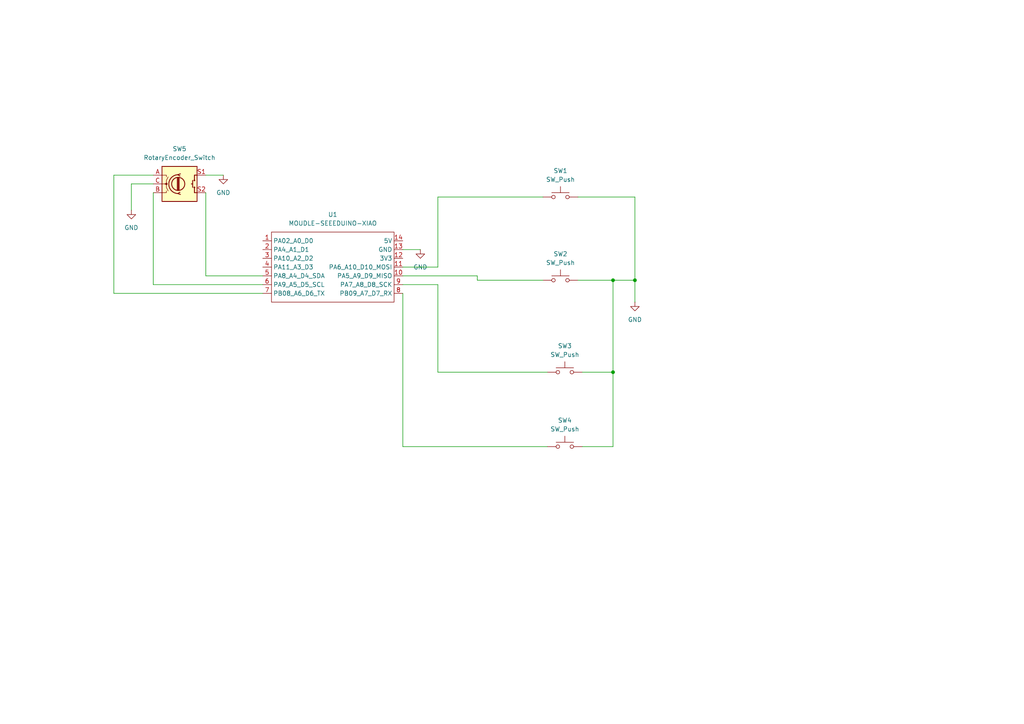
<source format=kicad_sch>
(kicad_sch
	(version 20231120)
	(generator "eeschema")
	(generator_version "8.0")
	(uuid "abda1da3-69c1-4d1a-8bba-efbf5711ed44")
	(paper "A4")
	(lib_symbols
		(symbol "Device:RotaryEncoder_Switch"
			(pin_names
				(offset 0.254) hide)
			(exclude_from_sim no)
			(in_bom yes)
			(on_board yes)
			(property "Reference" "SW"
				(at 0 6.604 0)
				(effects
					(font
						(size 1.27 1.27)
					)
				)
			)
			(property "Value" "RotaryEncoder_Switch"
				(at 0 -6.604 0)
				(effects
					(font
						(size 1.27 1.27)
					)
				)
			)
			(property "Footprint" ""
				(at -3.81 4.064 0)
				(effects
					(font
						(size 1.27 1.27)
					)
					(hide yes)
				)
			)
			(property "Datasheet" "~"
				(at 0 6.604 0)
				(effects
					(font
						(size 1.27 1.27)
					)
					(hide yes)
				)
			)
			(property "Description" "Rotary encoder, dual channel, incremental quadrate outputs, with switch"
				(at 0 0 0)
				(effects
					(font
						(size 1.27 1.27)
					)
					(hide yes)
				)
			)
			(property "ki_keywords" "rotary switch encoder switch push button"
				(at 0 0 0)
				(effects
					(font
						(size 1.27 1.27)
					)
					(hide yes)
				)
			)
			(property "ki_fp_filters" "RotaryEncoder*Switch*"
				(at 0 0 0)
				(effects
					(font
						(size 1.27 1.27)
					)
					(hide yes)
				)
			)
			(symbol "RotaryEncoder_Switch_0_1"
				(rectangle
					(start -5.08 5.08)
					(end 5.08 -5.08)
					(stroke
						(width 0.254)
						(type default)
					)
					(fill
						(type background)
					)
				)
				(circle
					(center -3.81 0)
					(radius 0.254)
					(stroke
						(width 0)
						(type default)
					)
					(fill
						(type outline)
					)
				)
				(circle
					(center -0.381 0)
					(radius 1.905)
					(stroke
						(width 0.254)
						(type default)
					)
					(fill
						(type none)
					)
				)
				(arc
					(start -0.381 2.667)
					(mid -3.0988 -0.0635)
					(end -0.381 -2.794)
					(stroke
						(width 0.254)
						(type default)
					)
					(fill
						(type none)
					)
				)
				(polyline
					(pts
						(xy -0.635 -1.778) (xy -0.635 1.778)
					)
					(stroke
						(width 0.254)
						(type default)
					)
					(fill
						(type none)
					)
				)
				(polyline
					(pts
						(xy -0.381 -1.778) (xy -0.381 1.778)
					)
					(stroke
						(width 0.254)
						(type default)
					)
					(fill
						(type none)
					)
				)
				(polyline
					(pts
						(xy -0.127 1.778) (xy -0.127 -1.778)
					)
					(stroke
						(width 0.254)
						(type default)
					)
					(fill
						(type none)
					)
				)
				(polyline
					(pts
						(xy 3.81 0) (xy 3.429 0)
					)
					(stroke
						(width 0.254)
						(type default)
					)
					(fill
						(type none)
					)
				)
				(polyline
					(pts
						(xy 3.81 1.016) (xy 3.81 -1.016)
					)
					(stroke
						(width 0.254)
						(type default)
					)
					(fill
						(type none)
					)
				)
				(polyline
					(pts
						(xy -5.08 -2.54) (xy -3.81 -2.54) (xy -3.81 -2.032)
					)
					(stroke
						(width 0)
						(type default)
					)
					(fill
						(type none)
					)
				)
				(polyline
					(pts
						(xy -5.08 2.54) (xy -3.81 2.54) (xy -3.81 2.032)
					)
					(stroke
						(width 0)
						(type default)
					)
					(fill
						(type none)
					)
				)
				(polyline
					(pts
						(xy 0.254 -3.048) (xy -0.508 -2.794) (xy 0.127 -2.413)
					)
					(stroke
						(width 0.254)
						(type default)
					)
					(fill
						(type none)
					)
				)
				(polyline
					(pts
						(xy 0.254 2.921) (xy -0.508 2.667) (xy 0.127 2.286)
					)
					(stroke
						(width 0.254)
						(type default)
					)
					(fill
						(type none)
					)
				)
				(polyline
					(pts
						(xy 5.08 -2.54) (xy 4.318 -2.54) (xy 4.318 -1.016)
					)
					(stroke
						(width 0.254)
						(type default)
					)
					(fill
						(type none)
					)
				)
				(polyline
					(pts
						(xy 5.08 2.54) (xy 4.318 2.54) (xy 4.318 1.016)
					)
					(stroke
						(width 0.254)
						(type default)
					)
					(fill
						(type none)
					)
				)
				(polyline
					(pts
						(xy -5.08 0) (xy -3.81 0) (xy -3.81 -1.016) (xy -3.302 -2.032)
					)
					(stroke
						(width 0)
						(type default)
					)
					(fill
						(type none)
					)
				)
				(polyline
					(pts
						(xy -4.318 0) (xy -3.81 0) (xy -3.81 1.016) (xy -3.302 2.032)
					)
					(stroke
						(width 0)
						(type default)
					)
					(fill
						(type none)
					)
				)
				(circle
					(center 4.318 -1.016)
					(radius 0.127)
					(stroke
						(width 0.254)
						(type default)
					)
					(fill
						(type none)
					)
				)
				(circle
					(center 4.318 1.016)
					(radius 0.127)
					(stroke
						(width 0.254)
						(type default)
					)
					(fill
						(type none)
					)
				)
			)
			(symbol "RotaryEncoder_Switch_1_1"
				(pin passive line
					(at -7.62 2.54 0)
					(length 2.54)
					(name "A"
						(effects
							(font
								(size 1.27 1.27)
							)
						)
					)
					(number "A"
						(effects
							(font
								(size 1.27 1.27)
							)
						)
					)
				)
				(pin passive line
					(at -7.62 -2.54 0)
					(length 2.54)
					(name "B"
						(effects
							(font
								(size 1.27 1.27)
							)
						)
					)
					(number "B"
						(effects
							(font
								(size 1.27 1.27)
							)
						)
					)
				)
				(pin passive line
					(at -7.62 0 0)
					(length 2.54)
					(name "C"
						(effects
							(font
								(size 1.27 1.27)
							)
						)
					)
					(number "C"
						(effects
							(font
								(size 1.27 1.27)
							)
						)
					)
				)
				(pin passive line
					(at 7.62 2.54 180)
					(length 2.54)
					(name "S1"
						(effects
							(font
								(size 1.27 1.27)
							)
						)
					)
					(number "S1"
						(effects
							(font
								(size 1.27 1.27)
							)
						)
					)
				)
				(pin passive line
					(at 7.62 -2.54 180)
					(length 2.54)
					(name "S2"
						(effects
							(font
								(size 1.27 1.27)
							)
						)
					)
					(number "S2"
						(effects
							(font
								(size 1.27 1.27)
							)
						)
					)
				)
			)
		)
		(symbol "Switch:SW_Push"
			(pin_numbers hide)
			(pin_names
				(offset 1.016) hide)
			(exclude_from_sim no)
			(in_bom yes)
			(on_board yes)
			(property "Reference" "SW"
				(at 1.27 2.54 0)
				(effects
					(font
						(size 1.27 1.27)
					)
					(justify left)
				)
			)
			(property "Value" "SW_Push"
				(at 0 -1.524 0)
				(effects
					(font
						(size 1.27 1.27)
					)
				)
			)
			(property "Footprint" ""
				(at 0 5.08 0)
				(effects
					(font
						(size 1.27 1.27)
					)
					(hide yes)
				)
			)
			(property "Datasheet" "~"
				(at 0 5.08 0)
				(effects
					(font
						(size 1.27 1.27)
					)
					(hide yes)
				)
			)
			(property "Description" "Push button switch, generic, two pins"
				(at 0 0 0)
				(effects
					(font
						(size 1.27 1.27)
					)
					(hide yes)
				)
			)
			(property "ki_keywords" "switch normally-open pushbutton push-button"
				(at 0 0 0)
				(effects
					(font
						(size 1.27 1.27)
					)
					(hide yes)
				)
			)
			(symbol "SW_Push_0_1"
				(circle
					(center -2.032 0)
					(radius 0.508)
					(stroke
						(width 0)
						(type default)
					)
					(fill
						(type none)
					)
				)
				(polyline
					(pts
						(xy 0 1.27) (xy 0 3.048)
					)
					(stroke
						(width 0)
						(type default)
					)
					(fill
						(type none)
					)
				)
				(polyline
					(pts
						(xy 2.54 1.27) (xy -2.54 1.27)
					)
					(stroke
						(width 0)
						(type default)
					)
					(fill
						(type none)
					)
				)
				(circle
					(center 2.032 0)
					(radius 0.508)
					(stroke
						(width 0)
						(type default)
					)
					(fill
						(type none)
					)
				)
				(pin passive line
					(at -5.08 0 0)
					(length 2.54)
					(name "1"
						(effects
							(font
								(size 1.27 1.27)
							)
						)
					)
					(number "1"
						(effects
							(font
								(size 1.27 1.27)
							)
						)
					)
				)
				(pin passive line
					(at 5.08 0 180)
					(length 2.54)
					(name "2"
						(effects
							(font
								(size 1.27 1.27)
							)
						)
					)
					(number "2"
						(effects
							(font
								(size 1.27 1.27)
							)
						)
					)
				)
			)
		)
		(symbol "XIAO_RP2040:MOUDLE-SEEEDUINO-XIAO"
			(exclude_from_sim no)
			(in_bom yes)
			(on_board yes)
			(property "Reference" "U"
				(at -16.51 11.43 0)
				(effects
					(font
						(size 1.27 1.27)
					)
				)
			)
			(property "Value" "MOUDLE-SEEEDUINO-XIAO"
				(at -3.81 -11.43 0)
				(effects
					(font
						(size 1.27 1.27)
					)
				)
			)
			(property "Footprint" ""
				(at -16.51 2.54 0)
				(effects
					(font
						(size 1.27 1.27)
					)
					(hide yes)
				)
			)
			(property "Datasheet" ""
				(at -16.51 2.54 0)
				(effects
					(font
						(size 1.27 1.27)
					)
					(hide yes)
				)
			)
			(property "Description" ""
				(at 0 0 0)
				(effects
					(font
						(size 1.27 1.27)
					)
					(hide yes)
				)
			)
			(symbol "MOUDLE-SEEEDUINO-XIAO_0_1"
				(rectangle
					(start -16.51 10.16)
					(end 19.05 -10.16)
					(stroke
						(width 0)
						(type default)
					)
					(fill
						(type none)
					)
				)
			)
			(symbol "MOUDLE-SEEEDUINO-XIAO_1_1"
				(pin passive line
					(at -19.05 7.62 0)
					(length 2.54)
					(name "PA02_A0_D0"
						(effects
							(font
								(size 1.27 1.27)
							)
						)
					)
					(number "1"
						(effects
							(font
								(size 1.27 1.27)
							)
						)
					)
				)
				(pin passive line
					(at 21.59 -2.54 180)
					(length 2.54)
					(name "PA5_A9_D9_MISO"
						(effects
							(font
								(size 1.27 1.27)
							)
						)
					)
					(number "10"
						(effects
							(font
								(size 1.27 1.27)
							)
						)
					)
				)
				(pin passive line
					(at 21.59 0 180)
					(length 2.54)
					(name "PA6_A10_D10_MOSI"
						(effects
							(font
								(size 1.27 1.27)
							)
						)
					)
					(number "11"
						(effects
							(font
								(size 1.27 1.27)
							)
						)
					)
				)
				(pin passive line
					(at 21.59 2.54 180)
					(length 2.54)
					(name "3V3"
						(effects
							(font
								(size 1.27 1.27)
							)
						)
					)
					(number "12"
						(effects
							(font
								(size 1.27 1.27)
							)
						)
					)
				)
				(pin passive line
					(at 21.59 5.08 180)
					(length 2.54)
					(name "GND"
						(effects
							(font
								(size 1.27 1.27)
							)
						)
					)
					(number "13"
						(effects
							(font
								(size 1.27 1.27)
							)
						)
					)
				)
				(pin passive line
					(at 21.59 7.62 180)
					(length 2.54)
					(name "5V"
						(effects
							(font
								(size 1.27 1.27)
							)
						)
					)
					(number "14"
						(effects
							(font
								(size 1.27 1.27)
							)
						)
					)
				)
				(pin passive line
					(at -19.05 5.08 0)
					(length 2.54)
					(name "PA4_A1_D1"
						(effects
							(font
								(size 1.27 1.27)
							)
						)
					)
					(number "2"
						(effects
							(font
								(size 1.27 1.27)
							)
						)
					)
				)
				(pin passive line
					(at -19.05 2.54 0)
					(length 2.54)
					(name "PA10_A2_D2"
						(effects
							(font
								(size 1.27 1.27)
							)
						)
					)
					(number "3"
						(effects
							(font
								(size 1.27 1.27)
							)
						)
					)
				)
				(pin passive line
					(at -19.05 0 0)
					(length 2.54)
					(name "PA11_A3_D3"
						(effects
							(font
								(size 1.27 1.27)
							)
						)
					)
					(number "4"
						(effects
							(font
								(size 1.27 1.27)
							)
						)
					)
				)
				(pin passive line
					(at -19.05 -2.54 0)
					(length 2.54)
					(name "PA8_A4_D4_SDA"
						(effects
							(font
								(size 1.27 1.27)
							)
						)
					)
					(number "5"
						(effects
							(font
								(size 1.27 1.27)
							)
						)
					)
				)
				(pin passive line
					(at -19.05 -5.08 0)
					(length 2.54)
					(name "PA9_A5_D5_SCL"
						(effects
							(font
								(size 1.27 1.27)
							)
						)
					)
					(number "6"
						(effects
							(font
								(size 1.27 1.27)
							)
						)
					)
				)
				(pin passive line
					(at -19.05 -7.62 0)
					(length 2.54)
					(name "PB08_A6_D6_TX"
						(effects
							(font
								(size 1.27 1.27)
							)
						)
					)
					(number "7"
						(effects
							(font
								(size 1.27 1.27)
							)
						)
					)
				)
				(pin passive line
					(at 21.59 -7.62 180)
					(length 2.54)
					(name "PB09_A7_D7_RX"
						(effects
							(font
								(size 1.27 1.27)
							)
						)
					)
					(number "8"
						(effects
							(font
								(size 1.27 1.27)
							)
						)
					)
				)
				(pin passive line
					(at 21.59 -5.08 180)
					(length 2.54)
					(name "PA7_A8_D8_SCK"
						(effects
							(font
								(size 1.27 1.27)
							)
						)
					)
					(number "9"
						(effects
							(font
								(size 1.27 1.27)
							)
						)
					)
				)
			)
		)
		(symbol "power:GND"
			(power)
			(pin_numbers hide)
			(pin_names
				(offset 0) hide)
			(exclude_from_sim no)
			(in_bom yes)
			(on_board yes)
			(property "Reference" "#PWR"
				(at 0 -6.35 0)
				(effects
					(font
						(size 1.27 1.27)
					)
					(hide yes)
				)
			)
			(property "Value" "GND"
				(at 0 -3.81 0)
				(effects
					(font
						(size 1.27 1.27)
					)
				)
			)
			(property "Footprint" ""
				(at 0 0 0)
				(effects
					(font
						(size 1.27 1.27)
					)
					(hide yes)
				)
			)
			(property "Datasheet" ""
				(at 0 0 0)
				(effects
					(font
						(size 1.27 1.27)
					)
					(hide yes)
				)
			)
			(property "Description" "Power symbol creates a global label with name \"GND\" , ground"
				(at 0 0 0)
				(effects
					(font
						(size 1.27 1.27)
					)
					(hide yes)
				)
			)
			(property "ki_keywords" "global power"
				(at 0 0 0)
				(effects
					(font
						(size 1.27 1.27)
					)
					(hide yes)
				)
			)
			(symbol "GND_0_1"
				(polyline
					(pts
						(xy 0 0) (xy 0 -1.27) (xy 1.27 -1.27) (xy 0 -2.54) (xy -1.27 -1.27) (xy 0 -1.27)
					)
					(stroke
						(width 0)
						(type default)
					)
					(fill
						(type none)
					)
				)
			)
			(symbol "GND_1_1"
				(pin power_in line
					(at 0 0 270)
					(length 0)
					(name "~"
						(effects
							(font
								(size 1.27 1.27)
							)
						)
					)
					(number "1"
						(effects
							(font
								(size 1.27 1.27)
							)
						)
					)
				)
			)
		)
	)
	(junction
		(at 177.8 107.95)
		(diameter 0)
		(color 0 0 0 0)
		(uuid "87e4fd6d-1be8-4c2e-86bd-3b884ed6cd60")
	)
	(junction
		(at 177.8 81.28)
		(diameter 0)
		(color 0 0 0 0)
		(uuid "89d38b13-10c0-45f8-87ba-6e1a9452f579")
	)
	(junction
		(at 184.15 81.28)
		(diameter 0)
		(color 0 0 0 0)
		(uuid "e149e0d7-0380-4eec-a5bb-e7e8ebe32fd4")
	)
	(wire
		(pts
			(xy 116.84 80.01) (xy 138.43 80.01)
		)
		(stroke
			(width 0)
			(type default)
		)
		(uuid "045d3a31-ccad-4cdf-b733-5340a59fc3ec")
	)
	(wire
		(pts
			(xy 44.45 50.8) (xy 33.02 50.8)
		)
		(stroke
			(width 0)
			(type default)
		)
		(uuid "06cca153-98c2-402f-9c52-bd0beec8f26c")
	)
	(wire
		(pts
			(xy 127 82.55) (xy 127 107.95)
		)
		(stroke
			(width 0)
			(type default)
		)
		(uuid "1027e048-7a34-4a3e-81b3-1eb773f62ea2")
	)
	(wire
		(pts
			(xy 38.1 53.34) (xy 38.1 60.96)
		)
		(stroke
			(width 0)
			(type default)
		)
		(uuid "1a4ecb74-b040-4c7e-af80-5ae9b2c2bc00")
	)
	(wire
		(pts
			(xy 177.8 107.95) (xy 177.8 81.28)
		)
		(stroke
			(width 0)
			(type default)
		)
		(uuid "1d7053d8-202d-4c16-a72b-63e4055f8802")
	)
	(wire
		(pts
			(xy 116.84 77.47) (xy 127 77.47)
		)
		(stroke
			(width 0)
			(type default)
		)
		(uuid "284f49d3-ed5e-40b5-a905-c06d92576993")
	)
	(wire
		(pts
			(xy 33.02 50.8) (xy 33.02 85.09)
		)
		(stroke
			(width 0)
			(type default)
		)
		(uuid "36c28d26-dcf0-40ba-ac35-8fddde031fcc")
	)
	(wire
		(pts
			(xy 127 77.47) (xy 127 57.15)
		)
		(stroke
			(width 0)
			(type default)
		)
		(uuid "37b2b26c-2048-4777-8ce2-bbc89ca34851")
	)
	(wire
		(pts
			(xy 138.43 81.28) (xy 157.48 81.28)
		)
		(stroke
			(width 0)
			(type default)
		)
		(uuid "3e465056-c662-4a93-a714-e598e0a6de7c")
	)
	(wire
		(pts
			(xy 116.84 82.55) (xy 127 82.55)
		)
		(stroke
			(width 0)
			(type default)
		)
		(uuid "480fb155-4bb2-4d1d-ac56-f49ceaa3da96")
	)
	(wire
		(pts
			(xy 127 107.95) (xy 158.75 107.95)
		)
		(stroke
			(width 0)
			(type default)
		)
		(uuid "4adeb309-29a1-4b49-9555-04dc5a29ce7f")
	)
	(wire
		(pts
			(xy 44.45 53.34) (xy 38.1 53.34)
		)
		(stroke
			(width 0)
			(type default)
		)
		(uuid "5e2654ac-b7a0-4098-a46f-039e3e2dff10")
	)
	(wire
		(pts
			(xy 168.91 107.95) (xy 177.8 107.95)
		)
		(stroke
			(width 0)
			(type default)
		)
		(uuid "6ac78e4c-6426-42ff-883d-3d04a65b9c58")
	)
	(wire
		(pts
			(xy 33.02 85.09) (xy 76.2 85.09)
		)
		(stroke
			(width 0)
			(type default)
		)
		(uuid "6f996bb6-e471-45d2-8e2b-2a536d0037b3")
	)
	(wire
		(pts
			(xy 184.15 81.28) (xy 184.15 87.63)
		)
		(stroke
			(width 0)
			(type default)
		)
		(uuid "72decbdf-655a-49b5-b1b5-8d8774f77256")
	)
	(wire
		(pts
			(xy 138.43 80.01) (xy 138.43 81.28)
		)
		(stroke
			(width 0)
			(type default)
		)
		(uuid "7e20ff4b-be84-4d52-9a5f-f57b80fe482d")
	)
	(wire
		(pts
			(xy 168.91 129.54) (xy 177.8 129.54)
		)
		(stroke
			(width 0)
			(type default)
		)
		(uuid "89fa404e-2018-4fc5-8d84-1e96cd52a4dd")
	)
	(wire
		(pts
			(xy 184.15 57.15) (xy 184.15 81.28)
		)
		(stroke
			(width 0)
			(type default)
		)
		(uuid "a3c4d40b-e300-41ad-bfe4-3b21a33157d5")
	)
	(wire
		(pts
			(xy 177.8 129.54) (xy 177.8 107.95)
		)
		(stroke
			(width 0)
			(type default)
		)
		(uuid "a4bd62d0-57d9-4669-87c8-eb481d64dcbf")
	)
	(wire
		(pts
			(xy 59.69 55.88) (xy 59.69 80.01)
		)
		(stroke
			(width 0)
			(type default)
		)
		(uuid "a83b6cb7-afd7-4a07-ba0c-2a17c7f2a1ce")
	)
	(wire
		(pts
			(xy 167.64 57.15) (xy 184.15 57.15)
		)
		(stroke
			(width 0)
			(type default)
		)
		(uuid "a9e24f4b-83f4-4dcf-93f1-bbdf9ff4e0e3")
	)
	(wire
		(pts
			(xy 116.84 72.39) (xy 121.92 72.39)
		)
		(stroke
			(width 0)
			(type default)
		)
		(uuid "b9336c2f-ceda-4957-8462-8d0a4197305a")
	)
	(wire
		(pts
			(xy 44.45 55.88) (xy 44.45 82.55)
		)
		(stroke
			(width 0)
			(type default)
		)
		(uuid "c0fdda8a-8139-4eb0-b033-f9a216cc83a0")
	)
	(wire
		(pts
			(xy 177.8 81.28) (xy 184.15 81.28)
		)
		(stroke
			(width 0)
			(type default)
		)
		(uuid "c1c02ea5-c40d-4e56-bb7a-dbbe3c1c5976")
	)
	(wire
		(pts
			(xy 167.64 81.28) (xy 177.8 81.28)
		)
		(stroke
			(width 0)
			(type default)
		)
		(uuid "ca578f59-51af-497d-8a42-54ad195d8256")
	)
	(wire
		(pts
			(xy 59.69 80.01) (xy 76.2 80.01)
		)
		(stroke
			(width 0)
			(type default)
		)
		(uuid "cab3ab7d-2768-4842-bd7e-a7ddde0cbf6f")
	)
	(wire
		(pts
			(xy 44.45 82.55) (xy 76.2 82.55)
		)
		(stroke
			(width 0)
			(type default)
		)
		(uuid "d640e48b-c095-46f4-8e1d-df762949f9f2")
	)
	(wire
		(pts
			(xy 116.84 85.09) (xy 116.84 129.54)
		)
		(stroke
			(width 0)
			(type default)
		)
		(uuid "e014dc45-f150-442d-8c8f-08fd6c89a6b4")
	)
	(wire
		(pts
			(xy 127 57.15) (xy 157.48 57.15)
		)
		(stroke
			(width 0)
			(type default)
		)
		(uuid "e45acdcf-add6-4a74-8f2d-2ecadd6e10ee")
	)
	(wire
		(pts
			(xy 116.84 129.54) (xy 158.75 129.54)
		)
		(stroke
			(width 0)
			(type default)
		)
		(uuid "ec4d2660-b83f-4e7d-b92a-e1358e4ef537")
	)
	(wire
		(pts
			(xy 59.69 50.8) (xy 64.77 50.8)
		)
		(stroke
			(width 0)
			(type default)
		)
		(uuid "ed0a4e96-aa2a-43bb-a192-30e8fef32943")
	)
	(symbol
		(lib_id "power:GND")
		(at 121.92 72.39 0)
		(unit 1)
		(exclude_from_sim no)
		(in_bom yes)
		(on_board yes)
		(dnp no)
		(fields_autoplaced yes)
		(uuid "102c9725-d05b-4b8a-b27f-0e23663ef18b")
		(property "Reference" "#PWR02"
			(at 121.92 78.74 0)
			(effects
				(font
					(size 1.27 1.27)
				)
				(hide yes)
			)
		)
		(property "Value" "GND"
			(at 121.92 77.47 0)
			(effects
				(font
					(size 1.27 1.27)
				)
			)
		)
		(property "Footprint" ""
			(at 121.92 72.39 0)
			(effects
				(font
					(size 1.27 1.27)
				)
				(hide yes)
			)
		)
		(property "Datasheet" ""
			(at 121.92 72.39 0)
			(effects
				(font
					(size 1.27 1.27)
				)
				(hide yes)
			)
		)
		(property "Description" "Power symbol creates a global label with name \"GND\" , ground"
			(at 121.92 72.39 0)
			(effects
				(font
					(size 1.27 1.27)
				)
				(hide yes)
			)
		)
		(pin "1"
			(uuid "ea02f1de-b533-449d-a3bf-3185fd6358ec")
		)
		(instances
			(project ""
				(path "/abda1da3-69c1-4d1a-8bba-efbf5711ed44"
					(reference "#PWR02")
					(unit 1)
				)
			)
		)
	)
	(symbol
		(lib_id "Switch:SW_Push")
		(at 163.83 107.95 0)
		(unit 1)
		(exclude_from_sim no)
		(in_bom yes)
		(on_board yes)
		(dnp no)
		(fields_autoplaced yes)
		(uuid "2ff5b563-d68a-4f65-826e-72656d984d88")
		(property "Reference" "SW3"
			(at 163.83 100.33 0)
			(effects
				(font
					(size 1.27 1.27)
				)
			)
		)
		(property "Value" "SW_Push"
			(at 163.83 102.87 0)
			(effects
				(font
					(size 1.27 1.27)
				)
			)
		)
		(property "Footprint" "Button_Switch_Keyboard:SW_Cherry_MX_1.00u_PCB"
			(at 163.83 102.87 0)
			(effects
				(font
					(size 1.27 1.27)
				)
				(hide yes)
			)
		)
		(property "Datasheet" "~"
			(at 163.83 102.87 0)
			(effects
				(font
					(size 1.27 1.27)
				)
				(hide yes)
			)
		)
		(property "Description" "Push button switch, generic, two pins"
			(at 163.83 107.95 0)
			(effects
				(font
					(size 1.27 1.27)
				)
				(hide yes)
			)
		)
		(pin "1"
			(uuid "2c75bbee-49e9-4c2d-8964-18fde63f0cf9")
		)
		(pin "2"
			(uuid "f60376b9-6ea1-42da-95f0-a984f411dc32")
		)
		(instances
			(project "hackpad"
				(path "/abda1da3-69c1-4d1a-8bba-efbf5711ed44"
					(reference "SW3")
					(unit 1)
				)
			)
		)
	)
	(symbol
		(lib_id "Switch:SW_Push")
		(at 163.83 129.54 0)
		(unit 1)
		(exclude_from_sim no)
		(in_bom yes)
		(on_board yes)
		(dnp no)
		(fields_autoplaced yes)
		(uuid "46cbb819-32ab-4735-b92e-0a40e0217e34")
		(property "Reference" "SW4"
			(at 163.83 121.92 0)
			(effects
				(font
					(size 1.27 1.27)
				)
			)
		)
		(property "Value" "SW_Push"
			(at 163.83 124.46 0)
			(effects
				(font
					(size 1.27 1.27)
				)
			)
		)
		(property "Footprint" "Button_Switch_Keyboard:SW_Cherry_MX_1.00u_PCB"
			(at 163.83 124.46 0)
			(effects
				(font
					(size 1.27 1.27)
				)
				(hide yes)
			)
		)
		(property "Datasheet" "~"
			(at 163.83 124.46 0)
			(effects
				(font
					(size 1.27 1.27)
				)
				(hide yes)
			)
		)
		(property "Description" "Push button switch, generic, two pins"
			(at 163.83 129.54 0)
			(effects
				(font
					(size 1.27 1.27)
				)
				(hide yes)
			)
		)
		(pin "1"
			(uuid "164c18b2-fc17-4d07-b0e7-5af5261b287c")
		)
		(pin "2"
			(uuid "8e4488af-ac3d-4193-adda-83fb55cb4c02")
		)
		(instances
			(project "hackpad"
				(path "/abda1da3-69c1-4d1a-8bba-efbf5711ed44"
					(reference "SW4")
					(unit 1)
				)
			)
		)
	)
	(symbol
		(lib_id "XIAO_RP2040:MOUDLE-SEEEDUINO-XIAO")
		(at 95.25 77.47 0)
		(unit 1)
		(exclude_from_sim no)
		(in_bom yes)
		(on_board yes)
		(dnp no)
		(fields_autoplaced yes)
		(uuid "7d9feb6c-c299-47c8-944b-6583b86c1044")
		(property "Reference" "U1"
			(at 96.52 62.23 0)
			(effects
				(font
					(size 1.27 1.27)
				)
			)
		)
		(property "Value" "MOUDLE-SEEEDUINO-XIAO"
			(at 96.52 64.77 0)
			(effects
				(font
					(size 1.27 1.27)
				)
			)
		)
		(property "Footprint" "footprints:XIAO-Generic-Hybrid-14P-2.54-21X17.8MM"
			(at 78.74 74.93 0)
			(effects
				(font
					(size 1.27 1.27)
				)
				(hide yes)
			)
		)
		(property "Datasheet" ""
			(at 78.74 74.93 0)
			(effects
				(font
					(size 1.27 1.27)
				)
				(hide yes)
			)
		)
		(property "Description" ""
			(at 95.25 77.47 0)
			(effects
				(font
					(size 1.27 1.27)
				)
				(hide yes)
			)
		)
		(pin "12"
			(uuid "65845083-af6a-4844-b64c-3c51c7156adb")
		)
		(pin "10"
			(uuid "3702f28f-45c4-45b2-9a33-635ed46fd7cc")
		)
		(pin "11"
			(uuid "bff2f7bd-a951-4a54-a0f8-386ff3eb2fc3")
		)
		(pin "13"
			(uuid "05d150c6-8768-4e47-828a-2c54d6e12fcf")
		)
		(pin "1"
			(uuid "f612b04f-14ba-4598-bd06-0fb0afbf90c9")
		)
		(pin "14"
			(uuid "2bf112e1-e5ef-4ed8-a54d-b79d11dbeebd")
		)
		(pin "6"
			(uuid "256d1c14-9351-4a90-99da-7554d60c98f7")
		)
		(pin "9"
			(uuid "a1f145a9-d403-4e51-945d-8efbae80554f")
		)
		(pin "8"
			(uuid "3be49eb5-103f-438b-8bb1-88de2abeb641")
		)
		(pin "5"
			(uuid "6d1151c3-0170-4ba8-8708-5b0ad81d037d")
		)
		(pin "4"
			(uuid "1b975abc-4cda-44c4-b525-08b5f7242915")
		)
		(pin "7"
			(uuid "9ab6707d-5389-4c21-90a9-43e57a2bb263")
		)
		(pin "3"
			(uuid "c385b093-e6ff-4271-888f-dec2876f03be")
		)
		(pin "2"
			(uuid "fefb5bac-d805-4176-b91d-5e61d1f74aa5")
		)
		(instances
			(project ""
				(path "/abda1da3-69c1-4d1a-8bba-efbf5711ed44"
					(reference "U1")
					(unit 1)
				)
			)
		)
	)
	(symbol
		(lib_id "Switch:SW_Push")
		(at 162.56 57.15 0)
		(unit 1)
		(exclude_from_sim no)
		(in_bom yes)
		(on_board yes)
		(dnp no)
		(fields_autoplaced yes)
		(uuid "7ff06b8e-8df3-4826-98f2-bbded41386d3")
		(property "Reference" "SW1"
			(at 162.56 49.53 0)
			(effects
				(font
					(size 1.27 1.27)
				)
			)
		)
		(property "Value" "SW_Push"
			(at 162.56 52.07 0)
			(effects
				(font
					(size 1.27 1.27)
				)
			)
		)
		(property "Footprint" "Button_Switch_Keyboard:SW_Cherry_MX_1.00u_PCB"
			(at 162.56 52.07 0)
			(effects
				(font
					(size 1.27 1.27)
				)
				(hide yes)
			)
		)
		(property "Datasheet" "~"
			(at 162.56 52.07 0)
			(effects
				(font
					(size 1.27 1.27)
				)
				(hide yes)
			)
		)
		(property "Description" "Push button switch, generic, two pins"
			(at 162.56 57.15 0)
			(effects
				(font
					(size 1.27 1.27)
				)
				(hide yes)
			)
		)
		(pin "1"
			(uuid "44b75561-3032-4647-8d02-ec1f6bc92c6d")
		)
		(pin "2"
			(uuid "77931d1d-beb4-4fd3-870a-8eeaff641f2a")
		)
		(instances
			(project ""
				(path "/abda1da3-69c1-4d1a-8bba-efbf5711ed44"
					(reference "SW1")
					(unit 1)
				)
			)
		)
	)
	(symbol
		(lib_id "power:GND")
		(at 184.15 87.63 0)
		(unit 1)
		(exclude_from_sim no)
		(in_bom yes)
		(on_board yes)
		(dnp no)
		(fields_autoplaced yes)
		(uuid "a856b04e-193e-4829-96ca-6c1bb231a703")
		(property "Reference" "#PWR01"
			(at 184.15 93.98 0)
			(effects
				(font
					(size 1.27 1.27)
				)
				(hide yes)
			)
		)
		(property "Value" "GND"
			(at 184.15 92.71 0)
			(effects
				(font
					(size 1.27 1.27)
				)
			)
		)
		(property "Footprint" ""
			(at 184.15 87.63 0)
			(effects
				(font
					(size 1.27 1.27)
				)
				(hide yes)
			)
		)
		(property "Datasheet" ""
			(at 184.15 87.63 0)
			(effects
				(font
					(size 1.27 1.27)
				)
				(hide yes)
			)
		)
		(property "Description" "Power symbol creates a global label with name \"GND\" , ground"
			(at 184.15 87.63 0)
			(effects
				(font
					(size 1.27 1.27)
				)
				(hide yes)
			)
		)
		(pin "1"
			(uuid "a66bca25-09ca-43ac-a0ab-77ec9ada2940")
		)
		(instances
			(project ""
				(path "/abda1da3-69c1-4d1a-8bba-efbf5711ed44"
					(reference "#PWR01")
					(unit 1)
				)
			)
		)
	)
	(symbol
		(lib_id "Device:RotaryEncoder_Switch")
		(at 52.07 53.34 0)
		(unit 1)
		(exclude_from_sim no)
		(in_bom yes)
		(on_board yes)
		(dnp no)
		(fields_autoplaced yes)
		(uuid "ad8c26fc-8286-4530-a9ce-ad2beca50043")
		(property "Reference" "SW5"
			(at 52.07 43.18 0)
			(effects
				(font
					(size 1.27 1.27)
				)
			)
		)
		(property "Value" "RotaryEncoder_Switch"
			(at 52.07 45.72 0)
			(effects
				(font
					(size 1.27 1.27)
				)
			)
		)
		(property "Footprint" "Rotary_Encoder:RotaryEncoder_Alps_EC11E-Switch_Vertical_H20mm"
			(at 48.26 49.276 0)
			(effects
				(font
					(size 1.27 1.27)
				)
				(hide yes)
			)
		)
		(property "Datasheet" "~"
			(at 52.07 46.736 0)
			(effects
				(font
					(size 1.27 1.27)
				)
				(hide yes)
			)
		)
		(property "Description" "Rotary encoder, dual channel, incremental quadrate outputs, with switch"
			(at 52.07 53.34 0)
			(effects
				(font
					(size 1.27 1.27)
				)
				(hide yes)
			)
		)
		(pin "A"
			(uuid "b4e66715-3960-45ca-a2f2-a8d439cde784")
		)
		(pin "C"
			(uuid "11999088-65a8-4abc-b503-38c64ebdf398")
		)
		(pin "S1"
			(uuid "88fd55d4-c3f4-43f7-93a9-99fe5f964307")
		)
		(pin "S2"
			(uuid "24099431-2c42-411d-a17b-626ce2830144")
		)
		(pin "B"
			(uuid "a82a314f-12d6-4233-ac7b-d01f29b1cc9d")
		)
		(instances
			(project ""
				(path "/abda1da3-69c1-4d1a-8bba-efbf5711ed44"
					(reference "SW5")
					(unit 1)
				)
			)
		)
	)
	(symbol
		(lib_id "Switch:SW_Push")
		(at 162.56 81.28 0)
		(unit 1)
		(exclude_from_sim no)
		(in_bom yes)
		(on_board yes)
		(dnp no)
		(uuid "e94cbc8a-c947-4eea-8eb2-9fac2ff39aa3")
		(property "Reference" "SW2"
			(at 162.56 73.66 0)
			(effects
				(font
					(size 1.27 1.27)
				)
			)
		)
		(property "Value" "SW_Push"
			(at 162.56 76.2 0)
			(effects
				(font
					(size 1.27 1.27)
				)
			)
		)
		(property "Footprint" "Button_Switch_Keyboard:SW_Cherry_MX_1.00u_PCB"
			(at 162.56 76.2 0)
			(effects
				(font
					(size 1.27 1.27)
				)
				(hide yes)
			)
		)
		(property "Datasheet" "~"
			(at 162.56 76.2 0)
			(effects
				(font
					(size 1.27 1.27)
				)
				(hide yes)
			)
		)
		(property "Description" "Push button switch, generic, two pins"
			(at 162.56 81.28 0)
			(effects
				(font
					(size 1.27 1.27)
				)
				(hide yes)
			)
		)
		(pin "1"
			(uuid "782fab49-f697-44ec-9beb-db063b2f4778")
		)
		(pin "2"
			(uuid "c5845041-2893-49c2-8a7c-583824aee606")
		)
		(instances
			(project "hackpad"
				(path "/abda1da3-69c1-4d1a-8bba-efbf5711ed44"
					(reference "SW2")
					(unit 1)
				)
			)
		)
	)
	(symbol
		(lib_id "power:GND")
		(at 64.77 50.8 0)
		(unit 1)
		(exclude_from_sim no)
		(in_bom yes)
		(on_board yes)
		(dnp no)
		(fields_autoplaced yes)
		(uuid "f90e121d-b54f-4232-8a37-7c1435285b4c")
		(property "Reference" "#PWR04"
			(at 64.77 57.15 0)
			(effects
				(font
					(size 1.27 1.27)
				)
				(hide yes)
			)
		)
		(property "Value" "GND"
			(at 64.77 55.88 0)
			(effects
				(font
					(size 1.27 1.27)
				)
			)
		)
		(property "Footprint" ""
			(at 64.77 50.8 0)
			(effects
				(font
					(size 1.27 1.27)
				)
				(hide yes)
			)
		)
		(property "Datasheet" ""
			(at 64.77 50.8 0)
			(effects
				(font
					(size 1.27 1.27)
				)
				(hide yes)
			)
		)
		(property "Description" "Power symbol creates a global label with name \"GND\" , ground"
			(at 64.77 50.8 0)
			(effects
				(font
					(size 1.27 1.27)
				)
				(hide yes)
			)
		)
		(pin "1"
			(uuid "b6633d2e-5923-4cca-8cfa-50d40516afe1")
		)
		(instances
			(project ""
				(path "/abda1da3-69c1-4d1a-8bba-efbf5711ed44"
					(reference "#PWR04")
					(unit 1)
				)
			)
		)
	)
	(symbol
		(lib_id "power:GND")
		(at 38.1 60.96 0)
		(unit 1)
		(exclude_from_sim no)
		(in_bom yes)
		(on_board yes)
		(dnp no)
		(fields_autoplaced yes)
		(uuid "fdd9645f-4913-4b24-a577-00b5980d88f8")
		(property "Reference" "#PWR03"
			(at 38.1 67.31 0)
			(effects
				(font
					(size 1.27 1.27)
				)
				(hide yes)
			)
		)
		(property "Value" "GND"
			(at 38.1 66.04 0)
			(effects
				(font
					(size 1.27 1.27)
				)
			)
		)
		(property "Footprint" ""
			(at 38.1 60.96 0)
			(effects
				(font
					(size 1.27 1.27)
				)
				(hide yes)
			)
		)
		(property "Datasheet" ""
			(at 38.1 60.96 0)
			(effects
				(font
					(size 1.27 1.27)
				)
				(hide yes)
			)
		)
		(property "Description" "Power symbol creates a global label with name \"GND\" , ground"
			(at 38.1 60.96 0)
			(effects
				(font
					(size 1.27 1.27)
				)
				(hide yes)
			)
		)
		(pin "1"
			(uuid "4c6f9af9-4871-475c-a2e3-7591805ceaa3")
		)
		(instances
			(project ""
				(path "/abda1da3-69c1-4d1a-8bba-efbf5711ed44"
					(reference "#PWR03")
					(unit 1)
				)
			)
		)
	)
	(sheet_instances
		(path "/"
			(page "1")
		)
	)
)

</source>
